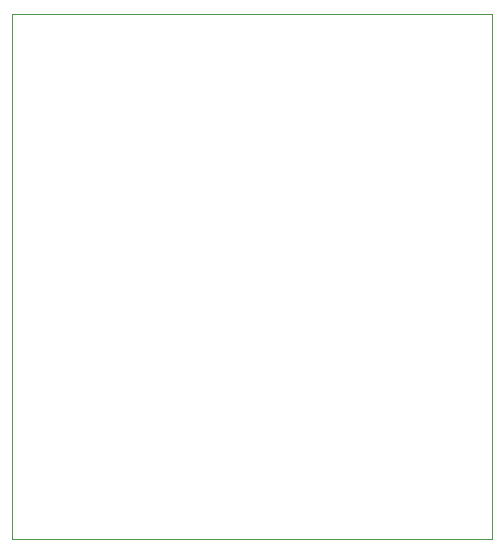
<source format=gm1>
%TF.GenerationSoftware,KiCad,Pcbnew,9.0.3*%
%TF.CreationDate,2025-10-16T19:58:59+02:00*%
%TF.ProjectId,ledkiv3,6c65646b-6976-4332-9e6b-696361645f70,rev?*%
%TF.SameCoordinates,Original*%
%TF.FileFunction,Profile,NP*%
%FSLAX46Y46*%
G04 Gerber Fmt 4.6, Leading zero omitted, Abs format (unit mm)*
G04 Created by KiCad (PCBNEW 9.0.3) date 2025-10-16 19:58:59*
%MOMM*%
%LPD*%
G01*
G04 APERTURE LIST*
%TA.AperFunction,Profile*%
%ADD10C,0.050000*%
%TD*%
G04 APERTURE END LIST*
D10*
X29836000Y-58466000D02*
X70476000Y-58466000D01*
X70476000Y-102916000D01*
X29836000Y-102916000D01*
X29836000Y-58466000D01*
M02*

</source>
